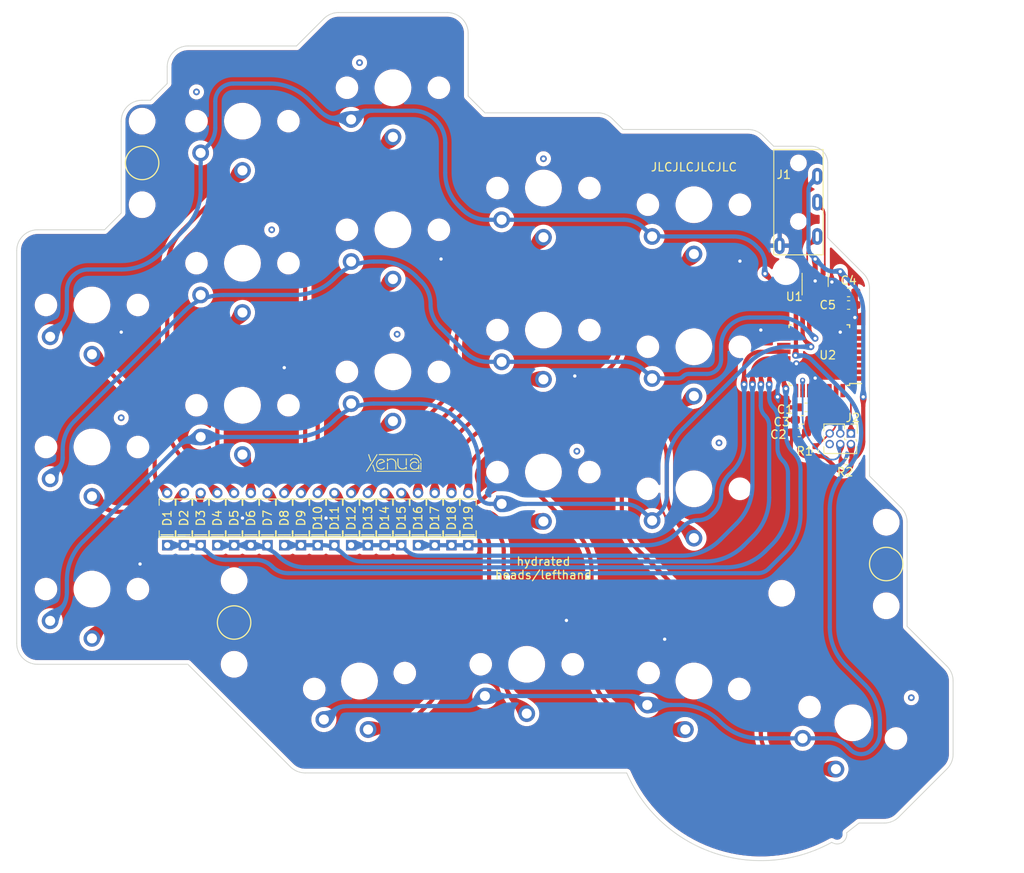
<source format=kicad_pcb>
(kicad_pcb (version 20211014) (generator pcbnew)

  (general
    (thickness 1.6)
  )

  (paper "A4")
  (layers
    (0 "F.Cu" signal)
    (31 "B.Cu" signal)
    (32 "B.Adhes" user "B.Adhesive")
    (33 "F.Adhes" user "F.Adhesive")
    (34 "B.Paste" user)
    (35 "F.Paste" user)
    (36 "B.SilkS" user "B.Silkscreen")
    (37 "F.SilkS" user "F.Silkscreen")
    (38 "B.Mask" user)
    (39 "F.Mask" user)
    (40 "Dwgs.User" user "User.Drawings")
    (41 "Cmts.User" user "User.Comments")
    (42 "Eco1.User" user "User.Eco1")
    (43 "Eco2.User" user "User.Eco2")
    (44 "Edge.Cuts" user)
    (45 "Margin" user)
    (46 "B.CrtYd" user "B.Courtyard")
    (47 "F.CrtYd" user "F.Courtyard")
    (48 "B.Fab" user)
    (49 "F.Fab" user)
    (50 "User.1" user)
    (51 "User.2" user)
    (52 "User.3" user)
    (53 "User.4" user)
    (54 "User.5" user)
    (55 "User.6" user)
    (56 "User.7" user)
    (57 "User.8" user)
    (58 "User.9" user)
  )

  (setup
    (stackup
      (layer "F.SilkS" (type "Top Silk Screen"))
      (layer "F.Paste" (type "Top Solder Paste"))
      (layer "F.Mask" (type "Top Solder Mask") (thickness 0.01))
      (layer "F.Cu" (type "copper") (thickness 0.035))
      (layer "dielectric 1" (type "core") (thickness 1.51) (material "FR4") (epsilon_r 4.5) (loss_tangent 0.02))
      (layer "B.Cu" (type "copper") (thickness 0.035))
      (layer "B.Mask" (type "Bottom Solder Mask") (thickness 0.01))
      (layer "B.Paste" (type "Bottom Solder Paste"))
      (layer "B.SilkS" (type "Bottom Silk Screen"))
      (copper_finish "None")
      (dielectric_constraints no)
    )
    (pad_to_mask_clearance 0)
    (pcbplotparams
      (layerselection 0x00010fc_ffffffff)
      (disableapertmacros false)
      (usegerberextensions false)
      (usegerberattributes true)
      (usegerberadvancedattributes true)
      (creategerberjobfile true)
      (svguseinch false)
      (svgprecision 6)
      (excludeedgelayer true)
      (plotframeref false)
      (viasonmask false)
      (mode 1)
      (useauxorigin false)
      (hpglpennumber 1)
      (hpglpenspeed 20)
      (hpglpendiameter 15.000000)
      (dxfpolygonmode true)
      (dxfimperialunits true)
      (dxfusepcbnewfont true)
      (psnegative false)
      (psa4output false)
      (plotreference true)
      (plotvalue true)
      (plotinvisibletext false)
      (sketchpadsonfab false)
      (subtractmaskfromsilk false)
      (outputformat 1)
      (mirror false)
      (drillshape 1)
      (scaleselection 1)
      (outputdirectory "")
    )
  )

  (net 0 "")
  (net 1 "GND")
  (net 2 "Net-(C1-Pad2)")
  (net 3 "+3V3")
  (net 4 "C_PINKY")
  (net 5 "Net-(D1-Pad2)")
  (net 6 "Net-(D2-Pad2)")
  (net 7 "Net-(D3-Pad2)")
  (net 8 "C_RING")
  (net 9 "Net-(D4-Pad2)")
  (net 10 "Net-(D5-Pad2)")
  (net 11 "Net-(D6-Pad2)")
  (net 12 "Net-(D7-Pad2)")
  (net 13 "C_MIDDLE")
  (net 14 "Net-(D8-Pad2)")
  (net 15 "Net-(D9-Pad2)")
  (net 16 "Net-(D10-Pad2)")
  (net 17 "Net-(D11-Pad2)")
  (net 18 "C_INDEX")
  (net 19 "Net-(D12-Pad2)")
  (net 20 "Net-(D13-Pad2)")
  (net 21 "Net-(D14-Pad2)")
  (net 22 "Net-(D15-Pad2)")
  (net 23 "C_INNER")
  (net 24 "Net-(D16-Pad2)")
  (net 25 "Net-(D17-Pad2)")
  (net 26 "Net-(D18-Pad2)")
  (net 27 "Net-(D19-Pad2)")
  (net 28 "/SWDIO")
  (net 29 "/RST")
  (net 30 "/SWCLK")
  (net 31 "unconnected-(J2-Pad6)")
  (net 32 "R_TOP")
  (net 33 "R_HOME")
  (net 34 "R_BOTTOM")
  (net 35 "R_THUMB")
  (net 36 "/SDA")
  (net 37 "Net-(J1-PadR2)")
  (net 38 "Net-(J1-PadR1)")
  (net 39 "unconnected-(U2-Pad1)")
  (net 40 "unconnected-(U2-Pad2)")
  (net 41 "unconnected-(U2-Pad3)")
  (net 42 "unconnected-(U2-Pad4)")
  (net 43 "unconnected-(U2-Pad5)")
  (net 44 "unconnected-(U2-Pad6)")
  (net 45 "unconnected-(U2-Pad7)")
  (net 46 "unconnected-(U2-Pad8)")
  (net 47 "/SCL")
  (net 48 "unconnected-(U2-Pad25)")
  (net 49 "unconnected-(U2-Pad27)")
  (net 50 "unconnected-(U2-Pad17)")
  (net 51 "unconnected-(U2-Pad18)")
  (net 52 "unconnected-(U2-Pad19)")

  (footprint "Resistor_SMD:R_0402_1005Metric_Pad0.72x0.64mm_HandSolder" (layer "F.Cu") (at 224.25 79.75))

  (footprint "MountingHole:MountingHole_2.2mm_M2_DIN965" (layer "F.Cu") (at 140 39))

  (footprint "mbk:Choc-1u-solder" (layer "F.Cu") (at 170 52))

  (footprint "mbk:Choc-1u-solder" (layer "F.Cu") (at 206 66))

  (footprint "mbk:Choc-1u-solder" (layer "F.Cu") (at 225 111 -20))

  (footprint "1N4148:DIOAD829W49L456D191" (layer "F.Cu") (at 173 86.5 90))

  (footprint "mbk:Choc-1u-solder" (layer "F.Cu") (at 152 39))

  (footprint "1N4148:DIOAD829W49L456D191" (layer "F.Cu") (at 169 86.5 90))

  (footprint "mbk:Choc-1u-solder" (layer "F.Cu") (at 152 73))

  (footprint "Package_QFP:TQFP-32_7x7mm_P0.8mm" (layer "F.Cu") (at 221 67 180))

  (footprint "Capacitor_SMD:C_0603_1608Metric_Pad1.08x0.95mm_HandSolder" (layer "F.Cu") (at 224.5 59.5))

  (footprint "mbk:Choc-1u-solder" (layer "F.Cu") (at 188 64))

  (footprint "mbk:Choc-1u-solder" (layer "F.Cu") (at 166 106 10))

  (footprint "MountingHole:MountingHole_2.2mm_M2_DIN965" (layer "F.Cu") (at 151 94))

  (footprint "mbk:Choc-1u-solder" (layer "F.Cu") (at 188 47))

  (footprint "1N4148:DIOAD829W49L456D191" (layer "F.Cu") (at 147 86.5 90))

  (footprint "mbk:Choc-1u-solder" (layer "F.Cu") (at 188 81))

  (footprint "Package_TO_SOT_SMD:SOT-23-6" (layer "F.Cu") (at 220.5 58 90))

  (footprint "MountingHole:MountingHole_2.2mm_M2_DIN965" (layer "F.Cu") (at 217 57))

  (footprint "MountingHole:MountingHole_2.2mm_M2_DIN965" (layer "F.Cu") (at 151 104))

  (footprint "1N4148:DIOAD829W49L456D191" (layer "F.Cu") (at 163 86.5 90))

  (footprint "MountingHole:MountingHole_2.2mm_M2_DIN965" (layer "F.Cu") (at 140 49))

  (footprint "1N4148:DIOAD829W49L456D191" (layer "F.Cu") (at 179 86.5 90))

  (footprint "pj320a:Jack_3.5mm_PJ320A_Horizontal" (layer "F.Cu") (at 218.5 44 -90))

  (footprint "mbk:Choc-1u-solder" (layer "F.Cu") (at 152 56))

  (footprint "MountingHole:MountingHole_2.2mm_M2_DIN965" (layer "F.Cu") (at 229 87))

  (footprint "xenua:sig" (layer "F.Cu") (at 166.845 80.905167))

  (footprint "1N4148:DIOAD829W49L456D191" (layer "F.Cu") (at 161 86.5 90))

  (footprint "Capacitor_SMD:C_0603_1608Metric_Pad1.08x0.95mm_HandSolder" (layer "F.Cu") (at 218.6 76.25 180))

  (footprint "mbk:Choc-1u-solder" (layer "F.Cu") (at 134 61))

  (footprint "MountingHole:MountingHole_2.2mm_M2_DIN965" (layer "F.Cu") (at 229 97))

  (footprint "Capacitor_SMD:C_0603_1608Metric_Pad1.08x0.95mm_HandSolder" (layer "F.Cu") (at 224.5 61))

  (footprint "1N4148:DIOAD829W49L456D191" (layer "F.Cu") (at 155 86.5 90))

  (footprint "1N4148:DIOAD829W49L456D191" (layer "F.Cu") (at 165 86.5 90))

  (footprint "Capacitor_SMD:C_0603_1608Metric_Pad1.08x0.95mm_HandSolder" (layer "F.Cu") (at 219.4 73.25))

  (footprint "mbk:Choc-1u-solder" (layer "F.Cu") (at 206 106 -10))

  (footprint "mbk:Choc-1u-solder" (layer "F.Cu") (at 134 95))

  (footprint "Connector_PinHeader_1.27mm:PinHeader_2x03_P1.27mm_Vertical" (layer "F.Cu") (at 224.775 76.375 -90))

  (footprint "1N4148:DIOAD829W49L456D191" (layer "F.Cu") (at 175 86.5 90))

  (footprint "mbk:Choc-1u-solder" (layer "F.Cu") (at 186 104))

  (footprint "mbk:Choc-1u-solder" (layer "F.Cu") (at 206 83))

  (footprint "mbk:Choc-1u-solder" (layer "F.Cu") (at 206 49))

  (footprint "1N4148:DIOAD829W49L456D191" (layer "F.Cu") (at 159 86.5 90))

  (footprint "mbk:Choc-1u-solder" (layer "F.Cu") (at 170 69))

  (footprint "1N4148:DIOAD829W49L456D191" (layer "F.Cu") (at 177 86.5 90))

  (footprint "1N4148:DIOAD829W49L456D191" (layer "F.Cu") (at 171 86.5 90))

  (footprint "mbk:Choc-1u-solder" (layer "F.Cu") (at 170 35))

  (footprint "Capacitor_SMD:C_0603_1608Metric_Pad1.08x0.95mm_HandSolder" (layer "F.Cu") (at 219 74.75 180))

  (footprint "1N4148:DIOAD829W49L456D191" (layer "F.Cu")
    (tedit 6235BD20) (tstamp dbf3a1f0-3ae6-4098-8304-356079c23da8)
    (at 151 86.5 90)
    (property "Sheetfile" "lefthand.kicad_sch")
    (property "Sheetname" "")
    (path "/b27c7fab-8289-4ef5-a70e-3a3e9584c5b3")
    (attr through_hole)
    (fp_text reference "D5" (at 0 0 90) (layer "F.SilkS")
      (effects (font (size 1.000102 1.000102) (thickness 0.15)))
      (tstamp 9ad58e9b-2820-4dc5-a5e4-ca5c01c490ff)
    )
    (fp_text value "D22" (at 0 2 90) (layer "F.Fab")
      (effects (font (size 1.001921 1.001921) (thickness 0.15)))
      (tstamp 56791047-0c80-4cd8-9282-934f668ff0bd)
    )
    (fp_line (start -2.28 -0.96) (end -2.28 0) (layer "F.SilkS") (width 0.127) (tstamp 06ff03ba-3844-4c8a-bfdd-43ff54640623))
    (fp_line (start -2.28 0.96) (end -1.52 0.96) (layer "F.SilkS") (width 0.127) (tstamp 0fb1c80d-d75d-4950-98fe-c4458bf1a81d))
    (fp_line (start 1.52 -0.96) (end 2.28 -0.96) (layer "F.SilkS") (width 0.127) (tstamp 178cbf16-edb2-4f11-aeae-f38b15af9812))
    (fp_line (start -2.28 0) (end -2.28 0.95) (layer "F.SilkS") (width 0.127) (tstamp 69acfdc4-3cb3-4dd7-947f-5c8d42f548a4))
    (fp_line (start -2.28 -0.96) (end -1.52 -0.96) (layer "F.SilkS") (width 0.127) (tstamp 6bf8b7b7-01b9-455e-b0fb-49e7b9f621f4))
    (fp_line (start 2.28 -0.95) (end 2.28 0) (layer "F.SilkS") (width 0.127) (tstamp 8899cd26-411d-42d3-b063-0181c294da89))
    (fp_line (start -2 -0.75) (end -2 0.75) (layer "F.SilkS") (width 0.12) (tstamp a9a26951-6b1a-4220-b2c3-a4789a018d0a))
    (fp_line (start 1.52 0.96) (end 2.28 0.96) (layer "F.SilkS") (width 0.127) (tstamp cde0387d-e84f-4107-b176-4e8b32c98e84))
    (fp_line (start 2.28 0) (end 2.28 0.96) (layer "F.SilkS") (width 0.127) (tstamp eab0f4ef-6df6-4b98-a3c3-73c8876ffd45))
    (fp_line (start -2.53 1) (end -2.53 0.815) (layer "F.CrtYd") (width 0.05) (tstamp 05d229b1-efe9-4da2-a376-f1ac260e668c))
    (fp_line (start -2.53 -1) (end 2.53 -1) (layer "F.CrtYd") (width 0.05) (tstamp 142674ff-649d-4412-b4c6-009a8c6fbefc))
    (fp_line (start 
... [2172724 chars truncated]
</source>
